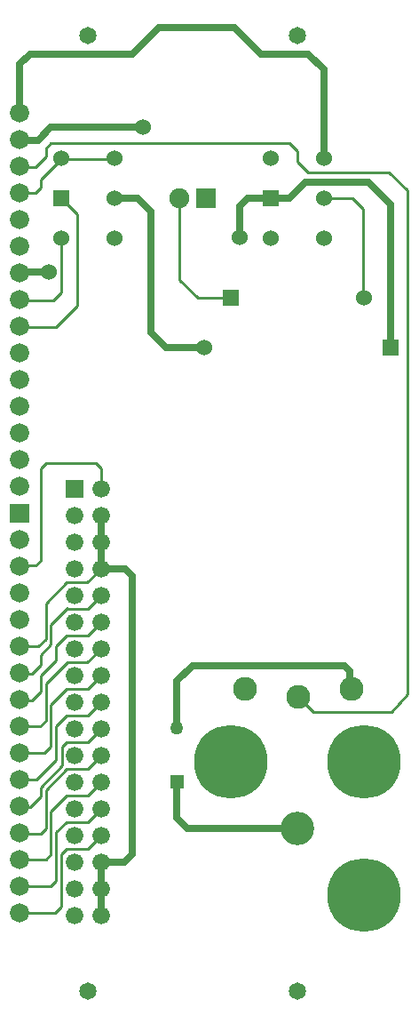
<source format=gbl>
G04 start of page 3 for group 1 idx 1 *
G04 Title: 26.002.00.01.01.pcb, bottom *
G04 Creator: pcb 4.1.2 *
G04 CreationDate: Sat Aug 11 09:36:16 2018 UTC *
G04 For: bert *
G04 Format: Gerber/RS-274X *
G04 PCB-Dimensions (mil): 2440.94 4527.56 *
G04 PCB-Coordinate-Origin: lower left *
%MOIN*%
%FSLAX25Y25*%
%LNGBL*%
%ADD49C,0.0670*%
%ADD48C,0.0200*%
%ADD47C,0.1100*%
%ADD46C,0.0420*%
%ADD45C,0.0460*%
%ADD44C,0.1457*%
%ADD43C,0.0400*%
%ADD42C,0.0350*%
%ADD41C,0.0900*%
%ADD40C,0.0500*%
%ADD39C,0.1260*%
%ADD38C,0.0660*%
%ADD37C,0.2760*%
%ADD36C,0.0720*%
%ADD35C,0.0750*%
%ADD34C,0.0600*%
%ADD33C,0.0001*%
%ADD32C,0.0650*%
%ADD31C,0.0100*%
%ADD30C,0.0250*%
G54D30*X104331Y163386D02*X110236Y169291D01*
X167323D02*X169291Y167323D01*
Y160670D01*
G54D31*X149831Y157670D02*X155512Y151989D01*
X185039D01*
G54D30*X110236Y169291D02*X167323D01*
G54D31*X185039Y151989D02*X190945Y158465D01*
G54D30*X104331Y112205D02*X108268Y108268D01*
X149606D01*
X104331Y145827D02*Y163386D01*
Y125827D02*Y112205D01*
G54D31*X45276Y306102D02*X58071D01*
X61024Y309055D01*
X45276Y296260D02*X59055D01*
X66929Y304134D01*
X61024Y309055D02*Y329724D01*
X66929Y304134D02*Y338583D01*
X61024Y344488D01*
X45276Y346457D02*X51181D01*
X53150Y348425D01*
Y351378D01*
G54D30*X56102Y316929D02*X45276D01*
X94488Y339567D02*Y294291D01*
G54D31*X61024Y359252D02*X80709D01*
X57087Y365157D02*X146654D01*
X149606Y362205D01*
Y358268D01*
X153543Y354331D01*
X184055D01*
X190945Y347441D01*
G54D30*X146654Y344488D02*X130906D01*
X80709D02*X89567D01*
X94488Y339567D01*
X130906Y344488D02*X127953Y341535D01*
Y329724D01*
G54D31*X105315Y344488D02*Y313976D01*
X112205Y307087D01*
X124606D01*
X45276Y356299D02*X51181D01*
G54D30*X45276Y375984D02*Y394685D01*
X49213Y398622D02*X45276Y394685D01*
X52165Y366142D02*X45276D01*
G54D31*X51181Y356299D02*X55118Y360236D01*
X53150Y351378D02*X61024Y359252D01*
X55118Y360236D02*Y363189D01*
X57087Y365157D01*
G54D30*Y371063D02*X52165Y366142D01*
X57087Y371063D02*X91535D01*
X87598Y398622D02*X49213D01*
X97441Y408465D02*X87598Y398622D01*
X135827D02*X125984Y408465D01*
X97441D02*X125984D01*
X153543Y398622D02*X135827D01*
X159449Y392717D02*X153543Y398622D01*
X159449Y392717D02*Y360236D01*
X75866Y75512D02*Y95512D01*
X87598Y98425D02*X84646Y95472D01*
X75945D01*
X75866Y95551D01*
G54D31*Y105512D02*X70945Y100591D01*
X61024Y98622D02*Y78740D01*
X58661Y76378D01*
X45276D01*
X59055Y88386D02*X57087Y86417D01*
X45276D01*
X55118Y96457D02*X45276D01*
X53150Y106299D02*X45276D01*
G54D30*X87598Y202756D02*Y98425D01*
G54D31*X75787Y145472D02*X70866Y140551D01*
X75787Y155512D02*X70866Y150591D01*
X75787Y165354D02*X70866Y160433D01*
Y150591D02*X62992D01*
X70866Y160433D02*X62992D01*
X75787Y175591D02*X70669Y170472D01*
X63189D01*
X75787Y185433D02*X70866Y180512D01*
X62992D01*
X75984Y195669D02*X70866Y190551D01*
X62992D01*
X70945Y100591D02*X62992D01*
X61024Y98622D01*
X62992Y110630D02*X59055Y106693D01*
Y88386D01*
X57087Y114567D02*Y98425D01*
X55118Y96457D01*
Y122638D02*Y108268D01*
X53150Y106299D01*
X62992Y120472D02*X57087Y114567D01*
X53150Y123622D02*Y120079D01*
X49409Y116339D01*
X45276D01*
X62992Y130512D02*X55118Y122638D01*
X61220Y131693D02*X53150Y123622D01*
X59055Y133858D02*X51575Y126378D01*
X45276D01*
X54724Y136417D02*X45276D01*
X52953Y146457D02*X45276D01*
X50000Y156299D02*X45276D01*
X75984Y115551D02*X71063Y110630D01*
X62992D01*
X75787Y125394D02*X70866Y120472D01*
X62992D01*
X75787Y135433D02*X70866Y130512D01*
X62992D01*
X70866Y140551D02*X62992D01*
X61220Y138780D01*
Y131693D01*
X62992Y150591D02*X59055Y146654D01*
Y133858D01*
X62992Y160433D02*X57087Y154528D01*
X63189Y170472D02*X55118Y162402D01*
X59055Y171260D02*X53150Y165354D01*
Y159449D01*
X57087Y154528D02*Y138780D01*
X54724Y136417D01*
X55118Y162402D02*Y148622D01*
X52953Y146457D01*
X53150Y159449D02*X50000Y156299D01*
X62992Y180512D02*X59055Y176575D01*
Y171260D01*
X63189Y190748D02*X57087Y184646D01*
X55118Y179134D02*X52362Y176378D01*
X45276D01*
X190945Y158465D02*Y347441D01*
X159449Y344488D02*X170276D01*
X174213Y340551D01*
Y307480D01*
X174606Y307087D01*
G54D30*X146654Y344488D02*X152559Y350394D01*
X176181D01*
X184606Y288386D02*Y341969D01*
Y342087D02*X184488D01*
X176181Y350394D01*
X94488Y294291D02*X100394Y288386D01*
X114606D01*
X75866Y205512D02*Y225512D01*
Y205512D02*X84843D01*
X87598Y202756D01*
G54D31*X75787Y235433D02*Y243110D01*
X75866Y205512D02*X70748Y200394D01*
X62992D01*
X75787Y243110D02*X73819Y245079D01*
X55118D01*
X53150Y243110D01*
Y208661D01*
X51181Y206693D01*
X45276D01*
X57087Y184646D02*Y177165D01*
X53150Y173228D01*
Y169488D01*
X50000Y166339D01*
X45276D01*
X62992Y200394D02*X55118Y192520D01*
Y179134D01*
G54D32*X70866Y405512D03*
G54D33*G36*
X57867Y347489D02*Y341489D01*
X63867D01*
Y347489D01*
X57867D01*
G37*
G54D34*X60867Y359489D03*
X80867Y344489D03*
Y359489D03*
G54D32*X149606Y405512D03*
G54D34*X80867Y329489D03*
G54D33*G36*
X136607Y347489D02*Y341489D01*
X142607D01*
Y347489D01*
X136607D01*
G37*
G54D34*X139607Y359489D03*
Y329489D03*
X159607Y344489D03*
Y359489D03*
G54D33*G36*
X111487Y348239D02*Y340739D01*
X118987D01*
Y348239D01*
X111487D01*
G37*
G54D35*X105237Y344489D03*
G54D33*G36*
X121606Y310087D02*Y304087D01*
X127606D01*
Y310087D01*
X121606D01*
G37*
G54D34*X159607Y329489D03*
X174606Y307087D03*
G54D33*G36*
X181606Y291386D02*Y285386D01*
X187606D01*
Y291386D01*
X181606D01*
G37*
G54D34*X114606Y288386D03*
X60867Y329489D03*
G54D36*X45276Y376378D03*
Y366378D03*
Y356378D03*
Y346378D03*
Y336378D03*
Y326378D03*
Y316378D03*
Y306378D03*
Y296378D03*
Y286378D03*
Y276378D03*
Y266378D03*
Y256378D03*
Y246378D03*
Y236378D03*
G54D33*G36*
X41676Y229978D02*Y222778D01*
X48876D01*
Y229978D01*
X41676D01*
G37*
G54D32*X70866Y47244D03*
X149606D03*
G54D37*X174607Y83268D03*
G54D38*X75866Y85512D03*
Y75512D03*
G54D36*X45276Y216378D03*
Y206378D03*
Y196378D03*
Y186378D03*
Y176378D03*
Y166378D03*
Y156378D03*
Y146378D03*
Y136378D03*
Y126378D03*
Y116378D03*
Y106378D03*
Y96378D03*
Y86378D03*
Y76378D03*
G54D33*G36*
X62566Y238812D02*Y232212D01*
X69166D01*
Y238812D01*
X62566D01*
G37*
G54D38*X75866Y235512D03*
X65866Y225512D03*
Y215512D03*
Y205512D03*
X75866Y225512D03*
Y215512D03*
Y205512D03*
Y195512D03*
Y185512D03*
Y175512D03*
X65866Y195512D03*
Y185512D03*
Y175512D03*
X75866Y165512D03*
G54D39*X149607Y108268D03*
G54D37*X174607Y133268D03*
X124607D03*
G54D33*G36*
X101831Y128327D02*Y123327D01*
X106831D01*
Y128327D01*
X101831D01*
G37*
G54D40*X104331Y145827D03*
G54D41*X169831Y160670D03*
X149831Y157670D03*
X129831Y160670D03*
G54D38*X75866Y155512D03*
Y145512D03*
Y135512D03*
Y125512D03*
Y115512D03*
X65866Y165512D03*
Y155512D03*
Y145512D03*
Y135512D03*
Y125512D03*
Y115512D03*
Y105512D03*
X75866D03*
X65866Y95512D03*
X75866D03*
X65866Y85512D03*
Y75512D03*
G54D34*X127953Y329724D03*
X91535Y371063D03*
X56102Y316929D03*
G54D42*G54D43*G54D44*G54D43*G54D45*G54D43*G54D46*G54D43*G54D46*G54D43*G54D44*G54D47*G54D45*G54D46*G54D45*G54D38*G54D47*G54D48*G54D49*G54D45*M02*

</source>
